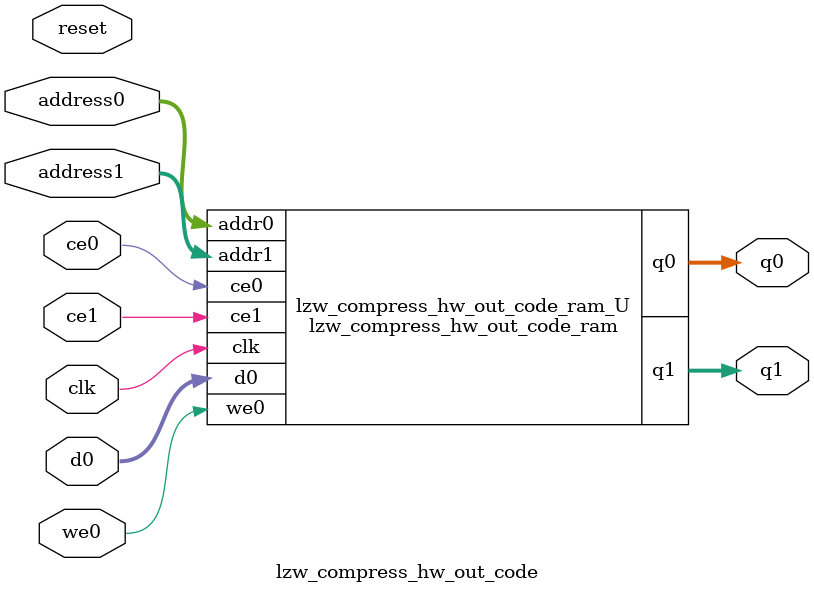
<source format=v>
`timescale 1 ns / 1 ps
module lzw_compress_hw_out_code_ram (addr0, ce0, d0, we0, q0, addr1, ce1, q1,  clk);

parameter DWIDTH = 12;
parameter AWIDTH = 15;
parameter MEM_SIZE = 32768;

input[AWIDTH-1:0] addr0;
input ce0;
input[DWIDTH-1:0] d0;
input we0;
output reg[DWIDTH-1:0] q0;
input[AWIDTH-1:0] addr1;
input ce1;
output reg[DWIDTH-1:0] q1;
input clk;

reg [DWIDTH-1:0] ram[0:MEM_SIZE-1];




always @(posedge clk)  
begin 
    if (ce0) begin
        if (we0) 
            ram[addr0] <= d0; 
        q0 <= ram[addr0];
    end
end


always @(posedge clk)  
begin 
    if (ce1) begin
        q1 <= ram[addr1];
    end
end


endmodule

`timescale 1 ns / 1 ps
module lzw_compress_hw_out_code(
    reset,
    clk,
    address0,
    ce0,
    we0,
    d0,
    q0,
    address1,
    ce1,
    q1);

parameter DataWidth = 32'd12;
parameter AddressRange = 32'd32768;
parameter AddressWidth = 32'd15;
input reset;
input clk;
input[AddressWidth - 1:0] address0;
input ce0;
input we0;
input[DataWidth - 1:0] d0;
output[DataWidth - 1:0] q0;
input[AddressWidth - 1:0] address1;
input ce1;
output[DataWidth - 1:0] q1;



lzw_compress_hw_out_code_ram lzw_compress_hw_out_code_ram_U(
    .clk( clk ),
    .addr0( address0 ),
    .ce0( ce0 ),
    .we0( we0 ),
    .d0( d0 ),
    .q0( q0 ),
    .addr1( address1 ),
    .ce1( ce1 ),
    .q1( q1 ));

endmodule


</source>
